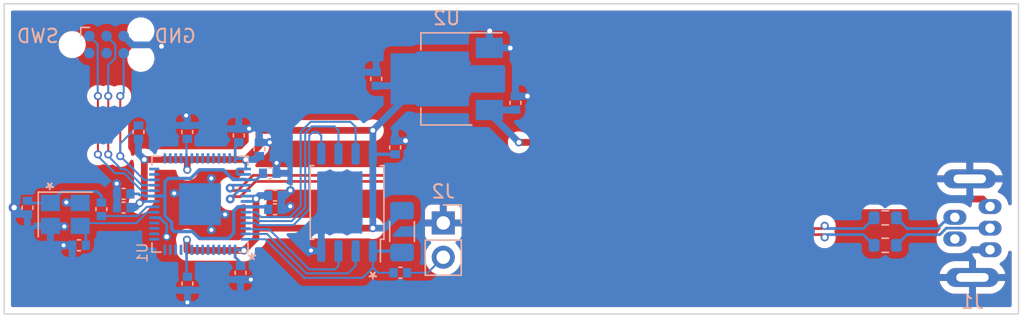
<source format=kicad_pcb>
(kicad_pcb (version 20221018) (generator pcbnew)
  (title_block (date "${DATE}") (rev "${VERSION}"))
  (layers (0 "F.Cu" signal) (31 "B.Cu" signal) (34 "B.Paste" user) (35 "F.Paste" user) (36 "B.SilkS" user "B.Silkscreen") (37 "F.SilkS" user "F.Silkscreen") (38 "B.Mask" user) (39 "F.Mask" user) (44 "Edge.Cuts" user))
  (property "DATE" "")
  (property "VERSION" "")
  (net 0 "")
  (net 1 "/RP2040/XIN")
  (net 2 "GND")
  (net 3 "/RP2040/XOUT")
  (net 4 "+5V")
  (net 5 "+3V3")
  (net 6 "+1V1")
  (net 7 "/RP2040/USB_D-")
  (net 8 "/RP2040/USB_D+")
  (net 9 "/RP2040/~{USB_BOOT}")
  (net 10 "/RP2040/SWD")
  (net 11 "/RP2040/SWCLK")
  (net 12 "/RP2040/~{RST}")
  (net 13 "/RP2040/QSPI_SS")
  (net 14 "/RP2040/XOUT_R")
  (net 15 "/RP2040/USB_D_R+")
  (net 16 "/RP2040/USB_D_R-")
  (net 17 "/RP2040/GPIO00")
  (net 18 "/RP2040/GPIO01")
  (net 19 "/RP2040/GPIO02")
  (net 20 "/RP2040/GPIO03")
  (net 21 "/RP2040/GPIO04")
  (net 22 "/RP2040/GPIO05")
  (net 23 "/RP2040/GPIO06")
  (net 24 "/RP2040/GPIO07")
  (net 25 "/RP2040/GPIO08")
  (net 26 "/RP2040/GPIO09")
  (net 27 "/RP2040/GPIO10")
  (net 28 "/RP2040/GPIO11")
  (net 29 "/RP2040/GPIO12")
  (net 30 "/RP2040/GPIO13")
  (net 31 "/RP2040/GPIO14")
  (net 32 "/RP2040/GPIO15")
  (net 33 "/RP2040/GPIO16")
  (net 34 "/RP2040/GPIO17")
  (net 35 "/RP2040/GPIO18")
  (net 36 "/RP2040/GPIO19")
  (net 37 "/RP2040/GPIO20")
  (net 38 "/RP2040/GPIO21")
  (net 39 "/RP2040/GPIO22")
  (net 40 "/RP2040/GPIO23")
  (net 41 "/RP2040/GPIO24")
  (net 42 "/RP2040/GPIO25")
  (net 43 "/RP2040/GPIO26")
  (net 44 "/RP2040/GPIO27")
  (net 45 "/RP2040/GPIO28")
  (net 46 "/RP2040/GPIO29")
  (net 47 "/RP2040/QSPI_SD3")
  (net 48 "/RP2040/QSPI_SCLK")
  (net 49 "/RP2040/QSPI_SD0")
  (net 50 "/RP2040/QSPI_SD2")
  (net 54 "/RP2040/QSPI_SD1")
  (footprint "Custom_Footprints:Perfect_0402" (layer "B.Cu") (at 30.607 26.797 90)
    (fp_text reference "C11" hide)
    (fp_text value "1uF" hide)
    (pad "1" smd rect (at -0.5 0 90) (size 0.6 0.7) (layers "B.Cu" "B.Paste" "B.Mask") (net 5 "+3V3"))
    (pad "2" smd rect (at 0.5 0 90) (size 0.6 0.7) (layers "B.Cu" "B.Paste" "B.Mask") (net 2 "GND"))
  )
  (footprint "Custom_Footprints:Perfect_0402" (layer "B.Cu") (at 24.257 32.512 90)
    (fp_text reference "R2" hide)
    (fp_text value "1k" hide)
    (pad "1" smd rect (at -0.5 0 90) (size 0.6 0.7) (layers "B.Cu" "B.Paste" "B.Mask") (net 14 "/RP2040/XOUT_R"))
    (pad "2" smd rect (at 0.5 0 90) (size 0.6 0.7) (layers "B.Cu" "B.Paste" "B.Mask") (net 3 "/RP2040/XOUT"))
  )
  (footprint "Custom_Footprints:Perfect_0402" (layer "B.Cu") (at 25.908 32.385 180)
    (fp_text reference "C12" hide)
    (fp_text value "1uF" hide)
    (pad "1" smd rect (at -0.5 0 180) (size 0.6 0.7) (layers "B.Cu" "B.Paste" "B.Mask") (net 5 "+3V3"))
    (pad "2" smd rect (at 0.5 0 180) (size 0.6 0.7) (layers "B.Cu" "B.Paste" "B.Mask") (net 2 "GND"))
  )
  (footprint "Resistor_SMD:R_0603_1608Metric" (layer "B.Cu") (at 82.196978 33.147 180)
    (fp_text reference "R4" hide)
    (fp_text value "27" hide)
    (pad "1" smd roundrect (at -0.825 0 180) (size 0.8 0.95) (layers "B.Cu" "B.Paste" "B.Mask") (net 7 "/RP2040/USB_D-"))
    (pad "2" smd roundrect (at 0.825 0 180) (size 0.8 0.95) (layers "B.Cu" "B.Paste" "B.Mask") (net 16 "/RP2040/USB_D_R-"))
  )
  (footprint "Custom_Footprints:Perfect_0402" (layer "B.Cu") (at 34.544 37.211 -90)
    (fp_text reference "C14" hide)
    (fp_text value "1uF" hide)
    (pad "1" smd rect (at -0.5 0 270) (size 0.6 0.7) (layers "B.Cu" "B.Paste" "B.Mask") (net 5 "+3V3"))
    (pad "2" smd rect (at 0.5 0 270) (size 0.6 0.7) (layers "B.Cu" "B.Paste" "B.Mask") (net 2 "GND"))
  )
  (footprint "Resistor_SMD:R_1206_3216Metric_Pad1.30x1.75mm_HandSolder" (layer "B.Cu") (at 46.482 34.163 -90)
    (fp_text reference "R5" hide)
    (fp_text value "DNF" hide)
    (pad "1" smd roundrect (at -1.55 0 270) (size 1.3 1.75) (layers "B.Cu" "B.Paste" "B.Mask") (roundrect_rratio 0.192308) (net 5 "+3V3"))
    (pad "2" smd roundrect (at 1.55 0 270) (size 1.3 1.75) (layers "B.Cu" "B.Paste" "B.Mask") (roundrect_rratio 0.192308) (net 13 "/RP2040/QSPI_SS"))
  )
  (footprint "Custom_Footprints:Perfect_0402" (layer "B.Cu") (at 54.864 24.638 90)
    (fp_text reference "C1")
    (fp_text value "1uF" hide)
    (pad "1" smd rect (at -0.5 0 90) (size 0.6 0.7) (layers "B.Cu" "B.Paste" "B.Mask") (net 4 "+5V"))
    (pad "2" smd rect (at 0.5 0 90) (size 0.6 0.7) (layers "B.Cu" "B.Paste" "B.Mask") (net 2 "GND"))
  )
  (footprint "Custom_Footprints:Perfect_0402" (layer "B.Cu") (at 35.941 28.067 90)
    (fp_text reference "C9" hide)
    (fp_text value "1uF" hide)
    (pad "1" smd rect (at -0.5 0 90) (size 0.6 0.7) (layers "B.Cu" "B.Paste" "B.Mask") (net 5 "+3V3"))
    (pad "2" smd rect (at 0.5 0 90) (size 0.6 0.7) (layers "B.Cu" "B.Paste" "B.Mask") (net 2 "GND"))
  )
  (footprint "Custom_Footprints:Perfect_0402" (layer "B.Cu") (at 37.084 32.512)
    (fp_text reference "C6" hide)
    (fp_text value "1uF" hide)
    (pad "1" smd rect (at -0.5 0) (size 0.6 0.7) (layers "B.Cu" "B.Paste" "B.Mask") (net 6 "+1V1"))
    (pad "2" smd rect (at 0.5 0) (size 0.6 0.7) (layers "B.Cu" "B.Paste" "B.Mask") (net 2 "GND"))
  )
  (footprint "Crystal:Crystal_SMD_3225-4Pin_3.2x2.5mm" (layer "B.Cu") (at 21.59 32.893)
    (fp_text reference "Y1" hide)
    (fp_text value "X322512MSB4SI" hide)
    (pad "1" smd rect (at -1.1 -0.85) (size 1.4 1.2) (layers "B.Cu" "B.Paste" "B.Mask") (net 3 "/RP2040/XOUT"))
    (pad "2" smd rect (at 1.1 -0.85) (size 1.4 1.2) (layers "B.Cu" "B.Paste" "B.Mask") (net 2 "GND"))
    (pad "3" smd rect (at 1.1 0.85) (size 1.4 1.2) (layers "B.Cu" "B.Paste" "B.Mask") (net 1 "/RP2040/XIN"))
    (pad "4" smd rect (at -1.1 0.85) (size 1.4 1.2) (layers "B.Cu" "B.Paste" "B.Mask") (net 2 "GND"))
  )
  (footprint "Connector_PinHeader_2.54mm:PinHeader_1x02_P2.54mm_Vertical" (layer "B.Cu") (at 49.53 33.523 180)
    (fp_text reference "J2" (at 0 2.33) (layer "B.SilkS") (effects (justify mirror)))
    (fp_text value "Conn_01x02" hide)
    (pad "1" thru_hole rect (at 0 0 180) (size 1.7 1.7) (drill 1) (layers "*.Cu" "*.Mask") (net 2 "GND"))
    (pad "2" thru_hole oval (at 0 -2.54 180) (size 1.7 1.7) (drill 1) (layers "*.Cu" "*.Mask") (net 9 "/RP2040/~{USB_BOOT}"))
  )
  (footprint "Custom_Footprints:Perfect_0402" (layer "B.Cu") (at 34.417 27.051 90)
    (fp_text reference "C10" hide)
    (fp_text value "1uF" hide)
    (pad "1" smd rect (at -0.5 0 90) (size 0.6 0.7) (layers "B.Cu" "B.Paste" "B.Mask") (net 5 "+3V3"))
    (pad "2" smd rect (at 0.5 0 90) (size 0.6 0.7) (layers "B.Cu" "B.Paste" "B.Mask") (net 2 "GND"))
  )
  (footprint "Custom_Footprints:Perfect_0402" (layer "B.Cu") (at 30.6164 38.0084 -90)
    (fp_text reference "C13" hide)
    (fp_text value "1uF" hide)
    (pad "1" smd rect (at -0.5 0 270) (size 0.6 0.7) (layers "B.Cu" "B.Paste" "B.Mask") (net 5 "+3V3"))
    (pad "2" smd rect (at 0.5 0 270) (size 0.6 0.7) (layers "B.Cu" "B.Paste" "B.Mask") (net 2 "GND"))
  )
  (footprint "Package_TO_SOT_SMD:SOT-223-3_TabPin2" (layer "B.Cu") (at 49.784 22.86 180)
    (fp_text reference "U2" (at 0 4.5) (layer "B.SilkS") (effects (justify mirror)))
    (fp_text value "AMS1117-3.3")
    (pad "1" smd rect (at -3.15 2.3 180) (size 2 1.5) (layers "B.Cu" "B.Paste" "B.Mask") (net 2 "GND"))
    (pad "2" smd rect (at -3.15 0 180) (size 2 1.5) (layers "B.Cu" "B.Paste" "B.Mask") (net 5 "+3V3"))
    (pad "2" smd rect (at 3.15 0 180) (size 2 3.8) (layers "B.Cu" "B.Paste" "B.Mask") (net 5 "+3V3"))
    (pad "3" smd rect (at -3.15 -2.3 180) (size 2 1.5) (layers "B.Cu" "B.Paste" "B.Mask") (net 4 "+5V"))
  )
  (footprint "Custom_Footprints:Perfect_0402" (layer "B.Cu") (at 44.577 22.868 90)
    (fp_text reference "C2")
    (fp_text value "1uF" hide)
    (pad "1" smd rect (at -0.5 0 90) (size 0.6 0.7) (layers "B.Cu" "B.Paste" "B.Mask") (net 5 "+3V3"))
    (pad "2" smd rect (at 0.5 0 90) (size 0.6 0.7) (layers "B.Cu" "B.Paste" "B.Mask") (net 2 "GND"))
  )
  (footprint "Connector:Tag-Connect_TC2030-IDC-NL_2x03_P1.27mm_Vertical" (layer "B.Cu") (at 24.638 20.32)
    (fp_text reference "J3" hide)
    (fp_text value "RP2040_SWD")
    (pad "" np_thru_hole circle (at -2.54 0) (size 0.9906 0.9906) (drill 0.9906) (layers "*.Cu" "*.Mask"))
    (pad "" np_thru_hole circle (at 2.54 -1.016) (size 0.9906 0.9906) (drill 0.9906) (layers "*.Cu" "*.Mask"))
    (pad "" np_thru_hole circle (at 2.54 1.016) (size 0.9906 0.9906) (drill 0.9906) (layers "*.Cu" "*.Mask"))
    (pad "1" connect circle (at -1.27 -0.635) (size 0.7874 0.7874) (layers "B.Cu" "B.Mask") (net 10 "/RP2040/SWD"))
    (pad "2" connect circle (at -1.27 0.635) (size 0.7874 0.7874) (layers "B.Cu" "B.Mask"))
    (pad "3" connect circle (at 0 -0.635) (size 0.7874 0.7874) (layers "B.Cu" "B.Mask") (net 11 "/RP2040/SWCLK"))
    (pad "4" connect circle (at 0 0.635) (size 0.7874 0.7874) (layers "B.Cu" "B.Mask"))
    (pad "5" connect circle (at 1.27 -0.635) (size 0.7874 0.7874) (layers "B.Cu" "B.Mask") (net 2 "GND"))
    (pad "6" connect circle (at 1.27 0.635) (size 0.7874 0.7874) (layers "B.Cu" "B.Mask") (net 12 "/RP2040/~{RST}"))
  )
  (footprint "Package_SO:SOIC-8_5.23x5.23mm_P1.27mm" (layer "B.Cu") (at 42.418 32.004 90)
    (fp_text reference "U3" hide)
    (fp_text value "W25Q128JVS" hide)
    (pad "1" smd roundrect (at -3.6 1.905 90) (size 1.6 0.6) (layers "B.Cu" "B.Paste" "B.Mask") (net 13 "/RP2040/QSPI_SS"))
    (pad "2" smd roundrect (at -3.6 0.635 90) (size 1.6 0.6) (layers "B.Cu" "B.Paste" "B.Mask") (net 54 "/RP2040/QSPI_SD1"))
    (pad "3" smd roundrect (at -3.6 -0.635 90) (size 1.6 0.6) (layers "B.Cu" "B.Paste" "B.Mask") (net 50 "/RP2040/QSPI_SD2"))
    (pad "4" smd roundrect (at -3.6 -1.905 90) (size 1.6 0.6) (layers "B.Cu" "B.Paste" "B.Mask") (net 2 "GND"))
    (pad "5" smd roundrect (at 3.6 -1.905 90) (size 1.6 0.6) (layers "B.Cu" "B.Paste" "B.Mask") (net 49 "/RP2040/QSPI_SD0"))
    (pad "6" smd roundrect (at 3.6 -0.635 90) (size 1.6 0.6) (layers "B.Cu" "B.Paste" "B.Mask") (net 48 "/RP2040/QSPI_SCLK"))
    (pad "7" smd roundrect (at 3.6 0.635 90) (size 1.6 0.6) (layers "B.Cu" "B.Paste" "B.Mask") (net 47 "/RP2040/QSPI_SD3"))
    (pad "8" smd roundrect (at 3.6 1.905 90) (size 1.6 0.6) (layers "B.Cu" "B.Paste" "B.Mask") (net 5 "+3V3"))
  )
  (footprint "Custom_Footprints:QFN56P40_700X700X90L40X18T310N" (layer "B.Cu") (at 31.5468 32.131 180)
    (fp_text reference "U1" (at 4.26 -3.6 90) (layer "B.SilkS") (effects (font (size 0.75 0.75) (thickness 0.11)) (justify mirror)))
    (fp_text value "RP2040")
    (fp_text user "*" (at -3.84 -4.2 unlocked) (layer "B.SilkS") (effects (justify mirror)))
    (pad "1" smd roundrect (at -2.6 -3.385 90) (size 0.76 0.2) (layers "B.Cu" "B.Paste" "B.Mask") (net 5 "+3V3"))
    (pad "2" smd roundrect (at -2.2 -3.385 90) (size 0.76 0.2) (layers "B.Cu" "B.Paste" "B.Mask") (net 17 "/RP2040/GPIO00"))
    (pad "3" smd roundrect (at -1.8 -3.385 90) (size 0.76 0.2) (layers "B.Cu" "B.Paste" "B.Mask") (net 18 "/RP2040/GPIO01"))
    (pad "4" smd roundrect (at -1.4 -3.385 90) (size 0.76 0.2) (layers "B.Cu" "B.Paste" "B.Mask") (net 19 "/RP2040/GPIO02"))
    (pad "5" smd roundrect (at -1 -3.385 90) (size 0.76 0.2) (layers "B.Cu" "B.Paste" "B.Mask") (net 20 "/RP2040/GPIO03"))
    (pad "6" smd roundrect (at -0.6 -3.385 90) (size 0.76 0.2) (layers "B.Cu" "B.Paste" "B.Mask") (net 21 "/RP2040/GPIO04"))
    (pad "7" smd roundrect (at -0.2 -3.385 90) (size 0.76 0.2) (layers "B.Cu" "B.Paste" "B.Mask") (net 22 "/RP2040/GPIO05"))
    (pad "8" smd roundrect (at 0.2 -3.385 90) (size 0.76 0.2) (layers "B.Cu" "B.Paste" "B.Mask") (net 23 "/RP2040/GPIO06"))
    (pad "9" smd roundrect (at 0.6 -3.385 90) (size 0.76 0.2) (layers "B.Cu" "B.Paste" "B.Mask") (net 24 "/RP2040/GPIO07"))
    (pad "10" smd roundrect (at 1 -3.385 90) (size 0.76 0.2) (layers "B.Cu" "B.Paste" "B.Mask") (net 5 "+3V3"))
    (pad "11" smd roundrect (at 1.4 -3.385 90) (size 0.76 0.2) (layers "B.Cu" "B.Paste" "B.Mask") (net 25 "/RP2040/GPIO08"))
    (pad "12" smd roundrect (at 1.8 -3.385 90) (size 0.76 0.2) (layers "B.Cu" "B.Paste" "B.Mask") (net 26 "/RP2040/GPIO09"))
    (pad "13" smd roundrect (at 2.2 -3.385 90) (size 0.76 0.2) (layers "B.Cu" "B.Paste" "B.Mask") (net 27 "/RP2040/GPIO10"))
    (pad "14" smd roundrect (at 2.6 -3.385 90) (size 0.76 0.2) (layers "B.Cu" "B.Paste" "B.Mask") (net 28 "/RP2040/GPIO11"))
    (pad "15" smd roundrect (at 3.385 -2.6 180) (size 0.76 0.2) (layers "B.Cu" "B.Paste" "B.Mask") (net 29 "/RP2040/GPIO12"))
    (pad "16" smd roundrect (at 3.385 -2.2 180) (size 0.76 0.2) (layers "B.Cu" "B.Paste" "B.Mask") (net 30 "/RP2040/GPIO13"))
    (pad "17" smd roundrect (at 3.385 -1.8 180) (size 0.76 0.2) (layers "B.Cu" "B.Paste" "B.Mask") (net 31 "/RP2040/GPIO14"))
    (pad "18" smd roundrect (at 3.385 -1.4 180) (size 0.76 0.2) (layers "B.Cu" "B.Paste" "B.Mask") (net 32 "/RP2040/GPIO15"))
    (pad "19" smd roundrect (at 3.385 -1 180) (size 0.76 0.2) (layers "B.Cu" "B.Paste" "B.Mask") (net 2 "GND"))
    (pad "20" smd roundrect (at 3.385 -0.6 180) (size 0.76 0.2) (layers "B.Cu" "B.Paste" "B.Mask") (net 1 "/RP2040/XIN"))
    (pad "21" smd roundrect (at 3.385 -0.2 180) (size 0.76 0.2) (layers "B.Cu" "B.Paste" "B.Mask") (net 14 "/RP2040/XOUT_R"))
    (pad "22" smd roundrect (at 3.385 0.2 180) (size 0.76 0.2) (layers "B.Cu" "B.Paste" "B.Mask") (net 5 "+3V3"))
    (pad "23" smd roundrect (at 3.385 0.6 180) (size 0.76 0.2) (layers "B.Cu" "B.Paste" "B.Mask") (net 6 "+1V1"))
    (pad "24" smd roundrect (at 3.385 1 180) (size 0.76 0.2) (layers "B.Cu" "B.Paste" "B.Mask") (net 10 "/RP2040/SWD"))
    (pad "25" smd roundrect (at 3.385 1.4 180) (size 0.76 0.2) (layers "B.Cu" "B.Paste" "B.Mask") (net 11 "/RP2040/SWCLK"))
    (pad "26" smd roundrect (at 3.385 1.8 180) (size 0.76 0.2) (layers "B.Cu" "B.Paste" "B.Mask") (net 12 "/RP2040/~{RST}"))
    (pad "27" smd roundrect (at 3.385 2.2 180) (size 0.76 0.2) (layers "B.Cu" "B.Paste" "B.Mask") (net 33 "/RP2040/GPIO16"))
    (pad "28" smd roundrect (at 3.385 2.6 180) (size 0.76 0.2) (layers "B.Cu" "B.Paste" "B.Mask") (net 34 "/RP2040/GPIO17"))
    (pad "29" smd roundrect (at 2.6 3.385 90) (size 0.76 0.2) (layers "B.Cu" "B.Paste" "B.Mask") (net 35 "/RP2040/GPIO18"))
    (pad "30" smd roundrect (at 2.2 3.385 90) (size 0.76 0.2) (layers "B.Cu" "B.Paste" "B.Mask") (net 36 "/RP2040/GPIO19"))
    (pad "31" smd roundrect (at 1.8 3.385 90) (size 0.76 0.2) (layers "B.Cu" "B.Paste" "B.Mask") (net 37 "/RP2040/GPIO20"))
    (pad "32" smd roundrect (at 1.4 3.385 90) (size 0.76 0.2) (layers "B.Cu" "B.Paste" "B.Mask") (net 38 "/RP2040/GPIO21"))
    (pad "33" smd roundrect (at 1 3.385 90) (size 0.76 0.2) (layers "B.Cu" "B.Paste" "B.Mask") (net 5 "+3V3"))
    (pad "34" smd roundrect (at 0.6 3.385 90) (size 0.76 0.2) (layers "B.Cu" "B.Paste" "B.Mask") (net 39 "/RP2040/GPIO22"))
    (pad "35" smd roundrect (at 0.2 3.385 90) (size 0.76 0.2) (layers "B.Cu" "B.Paste" "B.Mask") (net 40 "/RP2040/GPIO23"))
    (pad "36" smd roundrect (at -0.2 3.385 90) (size 0.76 0.2) (layers "B.Cu" "B.Paste" "B.Mask") (net 41 "/RP2040/GPIO24"))
    (pad "37" smd roundrect (at -0.6 3.385 90) (size 0.76 0.2) (layers "B.Cu" "B.Paste" "B.Mask") (net 42 "/RP2040/GPIO25"))
    (pad "38" smd roundrect (at -1 3.385 90) (size 0.76 0.2) (layers "B.Cu" "B.Paste" "B.Mask") (net 43 "/RP2040/GPIO26"))
    (pad "39" smd roundrect (at -1.4 3.385 90) (size 0.76 0.2) (layers "B.Cu" "B.Paste" "B.Mask") (net 44 "/RP2040/GPIO27"))
    (pad "40" smd roundrect (at -1.8 3.385 90) (size 0.76 0.2) (layers "B.Cu" "B.Paste" "B.Mask") (net 45 "/RP2040/GPIO28"))
    (pad "41" smd roundrect (at -2.2 3.385 90) (size 0.76 0.2) (layers "B.Cu" "B.Paste" "B.Mask") (net 46 "/RP2040/GPIO29"))
    (pad "42" smd roundrect (at -2.6 3.385 90) (size 0.76 0.2) (layers "B.Cu" "B.Paste" "B.Mask") (net 5 "+3V3"))
    (pad "43" smd roundrect (at -3.385 2.6 180) (size 0.76 0.2) (layers "B.Cu" "B.Paste" "B.Mask") (net 5 "+3V3"))
    (pad "44" smd roundrect (at -3.385 2.2 180) (size 0.76 0.2) (layers "B.Cu" "B.Paste" "B.Mask") (net 5 "+3V3"))
    (pad "45" smd roundrect (at -3.385 1.8 180) (size 0.76 0.2) (layers "B.Cu" "B.Paste" "B.Mask") (net 6 "+1V1"))
    (pad "46" smd roundrect (at -3.385 1.4 180) (size 0.76 0.2) (layers "B.Cu" "B.Paste" "B.Mask") (net 16 "/RP2040/USB_D_R-"))
    (pad "47" smd roundrect (at -3.385 1 180) (size 0.76 0.2) (layers "B.Cu" "B.Paste" "B.Mask") (net 15 "/RP2040/USB_D_R+"))
    (pad "48" smd roundrect (at -3.385 0.6 180) (size 0.76 0.2) (layers "B.Cu" "B.Paste" "B.Mask") (net 5 "+3V3"))
    (pad "49" smd roundrect (at -3.385 0.2 180) (size 0.76 0.2) (layers "B.Cu" "B.Paste" "B.Mask") (net 5 "+3V3"))
    (pad "50" smd roundrect (at -3.385 -0.2 180) (size 0.76 0.2) (layers "B.Cu" "B.Paste" "B.Mask") (net 6 "+1V1"))
    (pad "51" smd roundrect (at -3.385 -0.6 180) (size 0.76 0.2) (layers "B.Cu" "B.Paste" "B.Mask") (net 47 "/RP2040/QSPI_SD3"))
    (pad "52" smd roundrect (at -3.385 -1 180) (size 0.76 0.2) (layers "B.Cu" "B.Paste" "B.Mask") (net 48 "/RP2040/QSPI_SCLK"))
    (pad "53" smd roundrect (at -3.385 -1.4 180) (size 0.76 0.2) (layers "B.Cu" "B.Paste" "B.Mask") (net 49 "/RP2040/QSPI_SD0"))
    (pad "54" smd roundrect (at -3.385 -1.8 180) (size 0.76 0.2) (layers "B.Cu" "B.Paste" "B.Mask") (net 50 "/RP2040/QSPI_SD2"))
    (pad "55" smd roundrect (at -3.385 -2.2 180) (size 0.76 0.2) (layers "B.Cu" "B.Paste" "B.Mask") (net 54 "/RP2040/QSPI_SD1"))
    (pad "56" smd roundrect (at -3.385 -2.6 180) (size 0.76 0.2) (layers "B.Cu" "B.Paste" "B.Mask") (net 13 "/RP2040/QSPI_SS"))
    (pad "57" smd rect (at -0.775 -0.775 180) (size 1.55 1.55) (layers "B.Cu" "B.Paste") (net 2 "GND"))
    (pad "57" smd rect (at -0.775 0.775 180) (size 1.55 1.55) (layers "B.Cu" "B.Paste") (net 2 "GND"))
    (pad "57" smd rect (at 0.775 -0.775 180) (size 1.55 1.55) (layers "B.Cu" "B.Paste") (net 2 "GND"))
    (pad "57" smd rect (at 0.775 0.775 180) (size 1.55 1.55) (layers "B.Cu" "B.Paste") (net 2 "GND"))
  )
  (footprint "Custom_Footprints:Perfect_0402" (layer "B.Cu") (at 18.796 32.385 -90)
    (fp_text reference "C5" hide)
    (fp_text value "10pF" hide)
    (pad "1" smd rect (at -0.5 0 270) (size 0.6 0.7) (layers "B.Cu" "B.Paste" "B.Mask") (net 3 "/RP2040/XOUT"))
    (pad "2" smd rect (at 0.5 0 270) (size 0.6 0.7) (layers "B.Cu" "B.Paste" "B.Mask") (net 2 "GND"))
  )
  (footprint "Custom_Footprints:Perfect_0402" (layer "B.Cu") (at 25.908 31.369 180)
    (fp_text reference "C8" hide)
    (fp_text value "1uF" hide)
    (pad "1" smd rect (at -0.5 0 180) (size 0.6 0.7) (layers "B.Cu" "B.Paste" "B.Mask") (net 6 "+1V1"))
    (pad "2" smd rect (at 0.5 0 180) (size 0.6 0.7) (layers "B.Cu" "B.Paste" "B.Mask") (net 2 "GND"))
  )
  (footprint "Custom_Footprints:Perfect_0402" (layer "B.Cu") (at 22.606 35.179 180)
    (fp_text reference "C4" hide)
    (fp_text value "10pF" hide)
    (pad "1" smd rect (at -0.5 0 180) (size 0.6 0.7) (layers "B.Cu" "B.Paste" "B.Mask") (net 1 "/RP2040/XIN"))
    (pad "2" smd rect (at 0.5 0 180) (size 0.6 0.7) (layers "B.Cu" "B.Paste" "B.Mask") (net 2 "GND"))
  )
  (footprint "Custom_Footprints:USB_B_Mini_Amphenol_UE25BE5510H" (layer "B.Cu") (at 88.646 33.909 90)
    (fp_text reference "J1" (at -5.461 0 180) (layer "B.SilkS") (effects (justify mirror)))
    (fp_text value "USB_B_Micro" hide)
    (pad "1" thru_hole oval (at 1.6 1.3 90) (size 1.1 1.7) (drill 0.7) (layers "*.Cu" "*.Mask") (net 4 "+5V"))
    (pad "2" thru_hole oval (at 0.8 -1.3 90) (size 1.1 1.7) (drill 0.7) (layers "*.Cu" "*.Mask") (net 7 "/RP2040/USB_D-"))
    (pad "3" thru_hole oval (at 0 1.3 90) (size 1.1 1.7) (drill 0.7) (layers "*.Cu" "*.Mask") (net 8 "/RP2040/USB_D+"))
    (pad "4" thru_hole oval (at -0.8 -1.3 90) (size 1.1 1.7) (drill 0.7) (layers "*.Cu" "*.Mask"))
    (pad "5" thru_hole oval (at -1.6 1.3 90) (size 1.1 1.7) (drill 0.7) (layers "*.Cu" "*.Mask") (net 2 "GND"))
    (pad "6" thru_hole oval (at -3.65 0 90) (size 1.4 3.9) (drill oval 0.65 2.4) (layers "*.Cu" "*.Mask") (net 2 "GND"))
    (pad "6" thru_hole oval (at 3.65 -0.2 90) (size 1.4 3.9) (drill oval 0.65 2.4) (layers "*.Cu" "*.Mask") (net 2 "GND"))
  )
  (footprint "Custom_Footprints:Perfect_0402" (layer "B.Cu") (at 27 26.8 90)
    (fp_text reference "R6" hide)
    (fp_text value "10k" hide)
    (pad "1" smd rect (at -0.5 0 90) (size 0.6 0.7) (layers "B.Cu" "B.Paste" "B.Mask") (net 5 "+3V3"))
    (pad "2" smd rect (at 0.5 0 90) (size 0.6 0.7) (layers "B.Cu" "B.Paste" "B.Mask") (net 12 "/RP2040/~{RST}"))
  )
  (footprint "Resistor_SMD:R_0603_1608Metric" (layer "B.Cu") (at 82.196978 35.179 180)
    (fp_text reference "R3" hide)
    (fp_text value "27" hide)
    (pad "1" smd roundrect (at -0.825 0 180) (size 0.8 0.95) (layers "B.Cu" "B.Paste" "B.Mask") (net 8 "/RP2040/USB_D+"))
    (pad "2" smd roundrect (at 0.825 0 180) (size 0.8 0.95) (layers "B.Cu" "B.Paste" "B.Mask") (net 15 "/RP2040/USB_D_R+"))
  )
  (footprint "Custom_Footprints:Perfect_0402" (layer "B.Cu") (at 37.084 31.496)
    (fp_text reference "C15" hide)
    (fp_text value "1uF" hide)
    (pad "1" smd rect (at -0.5 0) (size 0.6 0.7) (layers "B.Cu" "B.Paste" "B.Mask") (net 5 "+3V3"))
    (pad "2" smd rect (at 0.5 0) (size 0.6 0.7) (layers "B.Cu" "B.Paste" "B.Mask") (net 2 "GND"))
  )
  (footprint "Custom_Footprints:Perfect_0402" (layer "B.Cu") (at 46.355 37.211)
    (fp_text reference "R1" hide)
    (fp_text value "1k" hide)
    (pad "1" smd rect (at -0.5 0) (size 0.6 0.7) (layers "B.Cu" "B.Paste" "B.Mask") (net 13 "/RP2040/QSPI_SS"))
    (pad "2" smd rect (at 0.5 0) (size 0.6 0.7) (layers "B.Cu" "B.Paste" "B.Mask") (net 9 "/RP2040/~{USB_BOOT}"))
  )
  (footprint "Custom_Footprints:Perfect_0402" (layer "B.Cu") (at 36.703 29.845)
    (fp_text reference "C7" hide)
    (fp_text value "1uF" hide)
    (pad "1" smd rect (at -0.5 0) (size 0.6 0.7) (layers "B.Cu" "B.Paste" "B.Mask") (net 6 "+1V1"))
    (pad "2" smd rect (at 0.5 0) (size 0.6 0.7) (layers "B.Cu" "B.Paste" "B.Mask") (net 2 "GND"))
  )
  (footprint "Custom_Footprints:Perfect_0402" (layer "B.Cu") (at 45.974 27.94 90)
    (fp_text reference "C3" hide)
    (fp_text value "1uF" hide)
    (pad "1" smd rect (at -0.5 0 90) (size 0.6 0.7) (layers "B.Cu" "B.Paste" "B.Mask") (net 5 "+3V3"))
    (pad "2" smd rect (at 0.5 0 90) (size 0.6 0.7) (layers "B.Cu" "B.Paste" "B.Mask") (net 2 "GND"))
  )
  (gr_rect (start 17.0688 17.2974) (end 92.0496 40.259) (stroke (width 0.1)) (fill none) (layer "Edge.Cuts"))
  (gr_text "*" (at 44.323 37.084 -180) (layer "B.SilkS") (effects (font (size 1 1)) (justify mirror)))
  (gr_text "GND" (at 29.718 19.685) (layer "B.SilkS") (effects (font (size 1 1)) (justify mirror)))
  (gr_text "SWD" (at 19.558 19.685) (layer "B.SilkS") (effects (font (size 1 1)) (justify mirror)))
  (gr_text "*" (at 20.447 30.48 -180) (layer "B.SilkS") (effects (font (size 1 1)) (justify mirror)))
  (segment (start 23.106 35.179) (end 23.106 34.159) (width 0.2) (layer "B.Cu") (net 1))
  (segment (start 28.1618 32.731) (end 27.643072 32.731) (width 0.15) (layer "B.Cu") (net 1))
  (segment (start 27.643072 32.731) (end 26.837561 33.536511) (width 0.15) (layer "B.Cu") (net 1))
  (segment (start 26.837561 33.536511) (end 22.896489 33.536511) (width 0.15) (layer "B.Cu") (net 1))
  (via (at 38.227 31.115) (size 0.65) (drill 0.3) (layers "F.Cu" "B.Cu") (net 2))
  (via (at 33.401 32.893) (size 0.65) (drill 0.3) (layers "F.Cu" "B.Cu") (net 2))
  (via (at 17.81 32.385) (size 0.8) (drill 0.4) (layers "F.Cu" "B.Cu") (net 2))
  (via (at 32.385 30.226) (size 0.65) (drill 0.3) (layers "F.Cu" "B.Cu") (net 2))
  (via (at 54.483 20.574) (size 0.6) (drill 0.35) (layers "F.Cu" "B.Cu") (net 2))
  (via (at 39.751 35.56) (size 0.65) (drill 0.3) (layers "F.Cu" "B.Cu") (net 2))
  (via (at 32.385 34.036) (size 0.65) (drill 0.3) (layers "F.Cu" "B.Cu") (net 2))
  (via (at 35.306 37.719) (size 0.65) (drill 0.3) (layers "F.Cu" "B.Cu") (net 2))
  (via (at 38.219622 32.292122) (size 0.65) (drill 0.3) (layers "F.Cu" "B.Cu") (net 2))
  (via (at 46.736 27.432) (size 0.6) (drill 0.35) (layers "F.Cu" "B.Cu") (net 2))
  (via (at 55.753 24.13) (size 0.6) (drill 0.35) (layers "F.Cu" "B.Cu") (net 2))
  (via (at 52.959 19.304) (size 0.6) (drill 0.35) (layers "F.Cu" "B.Cu") (net 2))
  (via (at 21.664502 32.004) (size 0.65) (drill 0.3) (layers "F.Cu" "B.Cu") (net 2))
  (via (at 37.211 29.083) (size 0.65) (drill 0.3) (layers "F.Cu" "B.Cu") (net 2))
  (via (at 29.083 34.544) (size 0.6) (drill 0.35) (layers "F.Cu" "B.Cu") (net 2))
  (via (at 28.702 20.447) (size 0.6) (drill 0.35) (layers "F.Cu" "B.Cu") (net 2))
  (via (at 36.703 27.559) (size 0.65) (drill 0.3) (layers "F.Cu" "B.Cu") (net 2))
  (via (at 25.392444 30.614556) (size 0.65) (drill 0.3) (layers "F.Cu" "B.Cu") (net 2))
  (via (at 35.179 26.543) (size 0.65) (drill 0.3) (layers "F.Cu" "B.Cu") (net 2))
  (via (at 30.6164 39.4054) (size 0.65) (drill 0.3) (layers "F.Cu" "B.Cu") (net 2))
  (via (at 30.525364 25.569512) (size 0.65) (drill 0.3) (layers "F.Cu" "B.Cu") (net 2))
  (via (at 29.641278 31.333587) (size 0.65) (drill 0.3) (layers "F.Cu" "B.Cu") (net 2))
  (via (at 21.515498 33.782) (size 0.65) (drill 0.3) (layers "F.Cu" "B.Cu") (net 2))
  (via (at 21.463 35.179) (size 0.65) (drill 0.3) (layers "F.Cu" "B.Cu") (net 2))
  (segment (start 45.974 27.44) (end 46.728 27.44) (width 0.5) (layer "B.Cu") (net 2))
  (segment (start 18.407 32.885) (end 17.907 32.385) (width 0.5) (layer "B.Cu") (net 2))
  (segment (start 37.584 32.512) (end 37.999744 32.512) (width 0.5) (layer "B.Cu") (net 2))
  (segment (start 21.703502 32.043) (end 21.664502 32.004) (width 0.5) (layer "B.Cu") (net 2))
  (segment (start 30.607 25.651148) (end 30.525364 25.569512) (width 0.5) (layer "B.Cu") (net 2))
  (segment (start 35.941 27.567) (end 36.695 27.567) (width 0.5) (layer "B.Cu") (net 2))
  (segment (start 32.3218 31.356) (end 32.3218 30.2892) (width 0.2) (layer "B.Cu") (net 2))
  (segment (start 32.3218 32.906) (end 32.3218 33.9728) (width 0.2) (layer "B.Cu") (net 2))
  (segment (start 25.408 31.369) (end 25.408 32.385) (width 0.5) (layer "B.Cu") (net 2))
  (segment (start 26.564179 20.341179) (end 28.596179 20.341179) (width 0.5) (layer "B.Cu") (net 2))
  (segment (start 40.513 35.604) (end 39.795 35.604) (width 0.5) (layer "B.Cu") (net 2))
  (segment (start 37.203 29.845) (end 37.203 29.091) (width 0.5) (layer "B.Cu") (net 2))
  (segment (start 29.083 33.648615) (end 29.083 34.544) (width 0.2) (layer "B.Cu") (net 2))
  (segment (start 37.584 31.496) (end 37.846 31.496) (width 0.5) (layer "B.Cu") (net 2))
  (segment (start 20.49 33.743) (end 21.476498 33.743) (width 0.5) (layer "B.Cu") (net 2))
  (segment (start 39.795 35.604) (end 39.751 35.56) (width 0.5) (layer "B.Cu") (net 2))
  (segment (start 34.544 37.711) (end 35.298 37.711) (width 0.5) (layer "B.Cu") (net 2))
  (segment (start 34.417 26.551) (end 35.171 26.551) (width 0.5) (layer "B.Cu") (net 2))
  (segment (start 37.203 29.091) (end 37.211 29.083) (width 0.5) (layer "B.Cu") (net 2))
  (segment (start 52.934 20.56) (end 52.934 19.329) (width 0.5) (layer "B.Cu") (net 2))
  (segment (start 29.663691 31.356) (end 29.641278 31.333587) (width 0.2) (layer "B.Cu") (net 2))
  (segment (start 28.596179 20.341179) (end 28.702 20.447) (width 0.5) (layer "B.Cu") (net 2))
  (segment (start 32.3218 30.2892) (end 32.385 30.226) (width 0.2) (layer "B.Cu") (net 2))
  (segment (start 18.796 32.885) (end 18.407 32.885) (width 0.5) (layer "B.Cu") (net 2))
  (segment (start 36.695 27.567) (end 36.703 27.559) (width 0.5) (layer "B.Cu") (net 2))
  (segment (start 22.106 35.179) (end 21.463 35.179) (width 0.5) (layer "B.Cu") (net 2))
  (segment (start 52.934 19.329) (end 52.959 19.304) (width 0.5) (layer "B.Cu") (net 2))
  (segment (start 33.388 32.906) (end 33.401 32.893) (width 0.2) (layer "B.Cu") (net 2))
  (segment (start 25.408 30.630112) (end 25.392444 30.614556) (width 0.5) (layer "B.Cu") (net 2))
  (segment (start 32.3218 32.906) (end 33.388 32.906) (width 0.2) (layer "B.Cu") (net 2))
  (segment (start 28.565385 33.131) (end 29.083 33.648615) (width 0.2) (layer "B.Cu") (net 2))
  (segment (start 30.607 26.297) (end 30.607 25.651148) (width 0.5) (layer "B.Cu") (net 2))
  (segment (start 22.69 32.043) (end 21.703502 32.043) (width 0.5) (layer "B.Cu") (net 2))
  (segment (start 46.728 27.44) (end 46.736 27.432) (width 0.5) (layer "B.Cu") (net 2))
  (segment (start 55.745 24.138) (end 55.753 24.13) (width 0.5) (layer "B.Cu") (net 2))
  (segment (start 30.6164 38.5084) (end 30.6164 39.4054) (width 0.5) (layer "B.Cu") (net 2))
  (segment (start 17.907 32.385) (end 17.81 32.385) (width 0.5) (layer "B.Cu") (net 2))
  (segment (start 52.934 20.56) (end 54.469 20.56) (width 0.5) (layer "B.Cu") (net 2))
  (segment (start 37.999744 32.512) (end 38.219622 32.292122) (width 0.5) (layer "B.Cu") (net 2))
  (segment (start 25.408 31.369) (end 25.408 30.630112) (width 0.5) (layer "B.Cu") (net 2))
  (segment (start 35.298 37.711) (end 35.306 37.719) (width 0.5) (layer "B.Cu") (net 2))
  (segment (start 35.171 26.551) (end 35.179 26.543) (width 0.5) (layer "B.Cu") (net 2))
  (segment (start 54.864 24.138) (end 55.745 24.138) (width 0.5) (layer "B.Cu") (net 2))
  (segment (start 21.476498 33.743) (end 21.515498 33.782) (width 0.5) (layer "B.Cu") (net 2))
  (segment (start 37.846 31.496) (end 38.227 31.115) (width 0.5) (layer "B.Cu") (net 2))
  (segment (start 30.7718 31.356) (end 29.663691 31.356) (width 0.2) (layer "B.Cu") (net 2))
  (segment (start 54.469 20.56) (end 54.483 20.574) (width 0.5) (layer "B.Cu") (net 2))
  (segment (start 32.3218 33.9728) (end 32.385 34.036) (width 0.2) (layer "B.Cu") (net 2))
  (segment (start 28.1618 33.131) (end 28.565385 33.131) (width 0.2) (layer "B.Cu") (net 2))
  (segment (start 25.908 19.685) (end 26.564179 20.341179) (width 0.5) (layer "B.Cu") (net 2))
  (segment (start 24.257 31.512) (end 23.938489 31.193489) (width 0.2) (layer "B.Cu") (net 3))
  (segment (start 20.49 32.043) (end 18.954 32.043) (width 0.2) (layer "B.Cu") (net 3))
  (segment (start 24.257 32.012) (end 24.257 31.512) (width 0.2) (layer "B.Cu") (net 3))
  (segment (start 23.938489 31.193489) (end 21.339511 31.193489) (width 0.2) (layer "B.Cu") (net 3))
  (segment (start 21.339511 31.193489) (end 20.49 32.043) (width 0.2) (layer "B.Cu") (net 3))
  (segment (start 55.118001 27.558999) (end 72.643999 27.558999) (width 0.5) (layer "F.Cu") (net 4))
  (segment (start 72.643999 27.558999) (end 76.835 31.75) (width 0.5) (layer "F.Cu") (net 4))
  (segment (start 89.387 31.75) (end 89.946 32.309) (width 0.5) (layer "F.Cu") (net 4))
  (segment (start 76.835 31.75) (end 89.387 31.75) (width 0.5) (layer "F.Cu") (net 4))
  (via (at 55.118001 27.558999) (size 0.6) (drill 0.35) (layers "F.Cu" "B.Cu") (net 4))
  (segment (start 52.934 25.16) (end 54.842 25.16) (width 0.5) (layer "B.Cu") (net 4))
  (segment (start 52.934 25.374998) (end 55.118001 27.558999) (width 0.5) (layer "B.Cu") (net 4))
  (segment (start 30.582932 34.765776) (end 30.582932 35.535932) (width 0.5) (layer "F.Cu") (net 5))
  (segment (start 27.432 28.829) (end 27.432 31.703289) (width 0.5) (layer "F.Cu") (net 5))
  (segment (start 27.432 31.703289) (end 27.086949 32.04834) (width 0.5) (layer "F.Cu") (net 5))
  (segment (start 30.607 28.829) (end 30.607 29.591) (width 0.5) (layer "F.Cu") (net 5))
  (segment (start 35.903501 26.67) (end 44.323 26.67) (width 0.5) (layer "F.Cu") (net 5))
  (segment (start 34.798 35.56) (end 35.687 34.671) (width 0.5) (layer "F.Cu") (net 5))
  (segment (start 35.903501 27.850499) (end 35.903501 26.67) (width 0.5) (layer "F.Cu") (net 5))
  (segment (start 34.925 28.829) (end 35.903501 27.850499) (width 0.5) (layer "F.Cu") (net 5))
  (segment (start 35.687 34.671) (end 35.687 33.782) (width 0.5) (layer "F.Cu") (net 5))
  (segment (start 35.814 33.909) (end 35.687 33.782) (width 0.5) (layer "F.Cu") (net 5))
  (segment (start 35.687 33.782) (end 35.687 31.73298) (width 0.5) (layer "F.Cu") (net 5))
  (segment (start 30.607 35.56) (end 34.798 35.56) (width 0.5) (layer "F.Cu") (net 5))
  (segment (start 35.687 31.73298) (end 35.68848 31.7315) (width 0.5) (layer "F.Cu") (net 5))
  (segment (start 34.925 28.829) (end 30.607 28.829) (width 0.5) (layer "F.Cu") (net 5))
  (segment (start 27.432 28.829) (end 30.607 28.829) (width 0.5) (layer "F.Cu") (net 5))
  (segment (start 30.582932 35.535932) (end 30.607 35.56) (width 0.5) (layer "F.Cu") (net 5))
  (segment (start 44.323 33.909) (end 35.814 33.909) (width 0.5) (layer "F.Cu") (net 5))
  (via (at 30.582932 34.765776) (size 0.6) (drill 0.35) (layers "F.Cu" "B.Cu") (net 5))
  (via (at 30.607 29.591) (size 0.6) (drill 0.35) (layers "F.Cu" "B.Cu") (net 5))
  (via (at 27.432 28.829) (size 0.6) (drill 0.35) (layers "F.Cu" "B.Cu") (net 5))
  (via (at 27.086949 32.04834) (size 0.6) (drill 0.35) (layers "F.Cu" "B.Cu") (net 5))
  (via (at 44.323 26.67) (size 0.6) (drill 0.35) (layers "F.Cu" "B.Cu") (net 5))
  (via (at 34.798 35.56) (size 0.6) (drill 0.35) (layers "F.Cu" "B.Cu") (net 5))
  (via (at 34.925 28.829) (size 0.6) (drill 0.35) (layers "F.Cu" "B.Cu") (net 5))
  (via (at 44.323 33.909) (size 0.6) (drill 0.35) (layers "F.Cu" "B.Cu") (net 5))
  (via (at 35.68848 31.7315) (size 0.6) (drill 0.35) (layers "F.Cu" "B.Cu") (net 5))
  (segment (start 45.974 28.44) (end 44.359 28.44) (width 0.25) (layer "B.Cu") (net 5))
  (segment (start 34.754 35.516) (end 34.798 35.56) (width 0.5) (layer "B.Cu") (net 5))
  (segment (start 45.186 33.909) (end 44.323 33.909) (width 0.5) (layer "B.Cu") (net 5))
  (segment (start 34.925 28.956) (end 34.925 28.829) (width 0.5) (layer "B.Cu") (net 5))
  (segment (start 26.408 32.385) (end 26.750289 32.385) (width 0.5) (layer "B.Cu") (net 5))
  (segment (start 34.9318 29.531) (end 34.35 29.531) (width 0.2) (layer "B.Cu") (net 5))
  (segment (start 34.1468 35.516) (end 34.754 35.516) (width 0.2) (layer "B.Cu") (net 5))
  (segment (start 36.584 31.496) (end 35.92398 31.496) (width 0.5) (layer "B.Cu") (net 5))
  (segment (start 27.45196 31.931) (end 27.400668 31.982292) (width 0.2) (layer "B.Cu") (net 5))
  (segment (start 34.1468 35.516) (end 34.1468 36.0518) (width 0.2) (layer "B.Cu") (net 5))
  (segment (start 44.323 26.67) (end 44.323 28.404) (width 0.5) (layer "B.Cu") (net 5))
  (segment (start 30.5468 34.801908) (end 30.582932 34.765776) (width 0.5) (layer "B.Cu") (net 5))
  (segment (start 35.92398 31.496) (end 35.68848 31.7315) (width 0.5) (layer "B.Cu") (net 5))
  (segment (start 46.482 32.613) (end 45.186 33.909) (width 0.5) (layer "B.Cu") (net 5))
  (segment (start 46.126 23.368) (end 44.577 23.368) (width 0.5) (layer "B.Cu") (net 5))
  (segment (start 34.376 29.931) (end 34.9318 29.931) (width 0.2) (layer "B.Cu") (net 5))
  (segment (start 30.5468 28.746) (end 30.5468 29.5308) (width 0.2) (layer "B.Cu") (net 5))
  (segment (start 34.29 29.845) (end 34.376 29.931) (width 0.2) (layer "B.Cu") (net 5))
  (segment (start 34.9318 31.531) (end 35.595 31.531) (width 0.2) (layer "B.Cu") (net 5))
  (segment (start 44.323 28.404) (end 44.323 33.909) (width 0.5) (layer "B.Cu") (net 5))
  (segment (start 28.1618 31.931) (end 27.45196 31.931) (width 0.2) (layer "B.Cu") (net 5))
  (segment (start 34.1468 36.0518) (end 34.544 36.449) (width 0.2) (layer "B.Cu") (net 5))
  (segment (start 34.35 29.531) (end 34.29 29.591) (width 0.2) (layer "B.Cu") (net 5))
  (segment (start 30.5562 35.5514) (end 30.5562 37.4482) (width 0.2) (layer "B.Cu") (net 5))
  (segment (start 34.544 36.449) (end 34.544 36.711) (width 0.2) (layer "B.Cu") (net 5))
  (segment (start 34.1468 28.746) (end 34.1468 27.9482) (width 0.2) (layer "B.Cu") (net 5))
  (segment (start 34.925 28.829) (end 35.679 28.829) (width 0.5) (layer "B.Cu") (net 5))
  (segment (start 34.9318 31.931) (end 35.48898 31.931) (width 0.2) (layer "B.Cu") (net 5))
  (segment (start 30.5468 28.746) (end 30.5468 27.3572) (width 0.15) (layer "B.Cu") (net 5))
  (segment (start 30.5468 35.516) (end 30.5468 34.801908) (width 0.2) (layer "B.Cu") (net 5))
  (segment (start 27 28.397) (end 27.432 28.829) (width 0.5) (layer "B.Cu") (net 5))
  (segment (start 34.29 29.591) (end 34.29 29.845) (width 0.2) (layer "B.Cu") (net 5))
  (segment (start 34.1468 28.746) (end 34.715 28.746) (width 0.2) (layer "B.Cu") (net 5))
  (segment (start 26.750289 32.385) (end 27.086949 32.04834) (width 0.5) (layer "B.Cu") (net 5))
  (segment (start 27 27.3) (end 27 28.397) (width 0.5) (layer "B.Cu") (net 5))
  (segment (start 34.715 28.746) (end 34.9318 28.9628) (width 0.2) (layer "B.Cu") (net 5))
  (segment (start 35.679 28.829) (end 35.941 28.567) (width 0.5) (layer "B.Cu") (net 5))
  (segment (start 46.634 24.359) (end 44.323 26.67) (width 0.5) (layer "B.Cu") (net 5))
  (segment (start 34.1468 27.9482) (end 34.544 27.551) (width 0.2) (layer "B.Cu") (net 5))
  (segment (start 34.9318 28.9628) (end 34.9318 29.531) (width 0.2) (layer "B.Cu") (net 5))
  (segment (start 27.097093 31.45551) (end 27.010584 31.369) (width 0.2) (layer "B.Cu") (net 6))
  (segment (start 34.036 34.29) (end 34.036 32.639) (width 0.25) (layer "B.Cu") (net 6))
  (segment (start 28.956 30.48) (end 28.956 31.496) (width 0.25) (layer "B.Cu") (net 6))
  (segment (start 36.403 32.331) (end 36.584 32.512) (width 0.25) (layer "B.Cu") (net 6))
  (segment (start 27.477027 31.531) (end 27.401538 31.455511) (width 0.2) (layer "B.Cu") (net 6))
  (segment (start 29.641468 34.163) (end 30.988 34.163) (width 0.25) (layer "B.Cu") (net 6))
  (segment (start 27.010584 31.369) (end 26.408 31.369) (width 0.2) (layer "B.Cu") (net 6))
  (segment (start 30.861 30.226) (end 29.21 30.226) (width 0.25) (layer "B.Cu") (net 6))
  (segment (start 28.956 31.496) (end 28.921 31.531) (width 0.25) (layer "B.Cu") (net 6))
  (segment (start 34.907289 30.306489) (end 33.989489 30.306489) (width 0.25) (layer "B.Cu") (net 6))
  (segment (start 33.274 29.591) (end 31.496 29.591) (width 0.25) (layer "B.Cu") (net 6))
  (segment (start 34.9318 30.331) (end 35.717 30.331) (width 0.2) (layer "B.Cu") (net 6))
  (segment (start 34.9318 32.331) (end 36.403 32.331) (width 0.25) (layer "B.Cu") (net 6))
  (segment (start 28.956 32.991977) (end 29.457511 33.493488) (width 0.25) (layer "B.Cu") (net 6))
  (segment (start 34.344 32.331) (end 34.9318 32.331) (width 0.25) (layer "B.Cu") (net 6))
  (segment (start 31.496 34.671) (end 33.655 34.671) (width 0.25) (layer "B.Cu") (net 6))
  (segment (start 33.989489 30.306489) (end 33.274 29.591) (width 0.25) (layer "B.Cu") (net 6))
  (segment (start 31.496 29.591) (end 30.861 30.226) (width 0.25) (layer "B.Cu") (net 6))
  (segment (start 29.457511 33.493488) (end 29.457511 33.979043) (width 0.25) (layer "B.Cu") (net 6))
  (segment (start 27.401538 31.455511) (end 27.097093 31.45551) (width 0.2) (layer "B.Cu") (net 6))
  (segment (start 29.457511 33.979043) (end 29.641468 34.163) (width 0.25) (layer "B.Cu") (net 6))
  (segment (start 29.21 30.226) (end 28.956 30.48) (width 0.25) (layer "B.Cu") (net 6))
  (segment (start 33.655 34.671) (end 34.036 34.29) (width 0.25) (layer "B.Cu") (net 6))
  (segment (start 34.036 32.639) (end 34.344 32.331) (width 0.25) (layer "B.Cu") (net 6))
  (segment (start 28.1618 31.531) (end 27.477027 31.531) (width 0.2) (layer "B.Cu") (net 6))
  (segment (start 28.956 31.496) (end 28.956 32.991977) (width 0.25) (layer "B.Cu") (net 6))
  (segment (start 30.988 34.163) (end 31.496 34.671) (width 0.25) (layer "B.Cu") (net 6))
  (segment (start 35.717 30.331) (end 36.203 29.845) (width 0.2) (layer "B.Cu") (net 6))
  (segment (start 28.921 31.531) (end 28.1618 31.531) (width 0.25) (layer "B.Cu") (net 6))
  (segment (start 83.021978 33.147) (end 83.812977 33.937999) (width 0.2) (layer "B.Cu") (net 7))
  (segment (start 83.812977 33.937999) (end 86.049926 33.937999) (width 0.2) (layer "B.Cu") (net 7))
  (segment (start 86.528436 33.459489) (end 87.346 33.459489) (width 0.2) (layer "B.Cu") (net 7))
  (segment (start 86.049926 33.937999) (end 86.528436 33.459489) (width 0.2) (layer "B.Cu") (net 7))
  (segment (start 86.236307 34.388001) (end 86.714828 33.90948) (width 0.2) (layer "B.Cu") (net 8))
  (segment (start 87.664199 33.909) (end 89.946 33.909) (width 0.2) (layer "B.Cu") (net 8))
  (segment (start 86.714828 33.90948) (end 87.663719 33.90948) (width 0.2) (layer "B.Cu") (net 8))
  (segment (start 83.021978 35.179) (end 83.812977 34.388001) (width 0.2) (layer "B.Cu") (net 8))
  (segment (start 83.812977 34.388001) (end 86.236307 34.388001) (width 0.2) (layer "B.Cu") (net 8))
  (segment (start 87.663719 33.90948) (end 87.664199 33.909) (width 0.2) (layer "B.Cu") (net 8))
  (segment (start 46.855 37.211) (end 48.382 37.211) (width 0.15) (layer "B.Cu") (net 9))
  (segment (start 48.382 37.211) (end 49.53 36.063) (width 0.15) (layer "B.Cu") (net 9))
  (segment (start 24.003 28.448) (end 24.003 24.13) (width 0.15) (layer "F.Cu") (net 10))
  (via (at 24.003 24.13) (size 0.6) (drill 0.35) (layers "F.Cu" "B.Cu") (net 10))
  (via (at 24.003 28.448) (size 0.6) (drill 0.35) (layers "F.Cu" "B.Cu") (net 10))
  (segment (start 28.1618 31.131) (end 27.231525 31.131) (width 0.15) (layer "B.Cu") (net 10))
  (segment (start 23.986211 24.113211) (end 24.003 24.13) (width 0.15) (layer "B.Cu") (net 10))
  (segment (start 25.273 29.845) (end 24.003 28.575) (width 0.15) (layer "B.Cu") (net 10))
  (segment (start 24.003 28.575) (end 24.003 28.448) (width 0.15) (layer "B.Cu") (net 10))
  (segment (start 23.368 19.685) (end 23.986211 20.303211) (width 0.15) (layer "B.Cu") (net 10))
  (segment (start 27.231525 31.131) (end 25.945525 29.845) (width 0.15) (layer "B.Cu") (net 10))
  (segment (start 23.986211 20.303211) (end 23.986211 24.113211) (width 0.15) (layer "B.Cu") (net 10))
  (segment (start 25.945525 29.845) (end 25.273 29.845) (width 0.15) (layer "B.Cu") (net 10))
  (segment (start 24.765 28.448) (end 24.765 24.13) (width 0.15) (layer "F.Cu") (net 11))
  (via (at 24.765 24.13) (size 0.6) (drill 0.35) (layers "F.Cu" "B.Cu") (net 11))
  (via (at 24.765 28.448) (size 0.6) (drill 0.35) (layers "F.Cu" "B.Cu") (net 11))
  (segment (start 25.289789 20.336789) (end 25.289789 21.319211) (width 0.15) (layer "B.Cu") (net 11))
  (segment (start 25.735489 29.545489) (end 24.765 28.575) (width 0.15) (layer "B.Cu") (net 11))
  (segment (start 28.1618 30.731) (end 27.255097 30.731) (width 0.15) (layer "B.Cu") (net 11))
  (segment (start 25.289789 21.319211) (end 24.765 21.844) (width 0.15) (layer "B.Cu") (net 11))
  (segment (start 27.255097 30.731) (end 26.069586 29.545489) (width 0.15) (layer "B.Cu") (net 11))
  (segment (start 24.765 21.844) (end 24.765 24.13) (width 0.15) (layer "B.Cu") (net 11))
  (segment (start 26.069586 29.545489) (end 25.735489 29.545489) (width 0.15) (layer "B.Cu") (net 11))
  (segment (start 24.765 28.575) (end 24.765 28.448) (width 0.15) (layer "B.Cu") (net 11))
  (segment (start 24.638 19.685) (end 25.289789 20.336789) (width 0.15) (layer "B.Cu") (net 11))
  (segment (start 25.654 28.575) (end 25.654 24.13) (width 0.15) (layer "F.Cu") (net 12))
  (via (at 25.654 24.13) (size 0.6) (drill 0.35) (layers "F.Cu" "B.Cu") (net 12))
  (via (at 25.654 28.575) (size 0.6) (drill 0.35) (layers "F.Cu" "B.Cu") (net 12))
  (segment (start 25.908 23.876) (end 25.654 24.13) (width 0.15) (layer "B.Cu") (net 12))
  (segment (start 25.908 20.955) (end 25.908 23.876) (width 0.15) (layer "B.Cu") (net 12))
  (segment (start 25.654 27.646) (end 25.654 28.575) (width 0.15) (layer "B.Cu") (net 12))
  (segment (start 27 26.3) (end 25.654 27.646) (width 0.15) (layer "B.Cu") (net 12))
  (segment (start 27.41 30.331) (end 25.654 28.575) (width 0.15) (layer "B.Cu") (net 12))
  (segment (start 28.1618 30.331) (end 27.41 30.331) (width 0.15) (layer "B.Cu") (net 12))
  (segment (start 45.855 37.211) (end 44.704 37.211) (width 0.15) (layer "B.Cu") (net 13))
  (segment (start 34.9318 34.731) (end 36.382 34.731) (width 0.15) (layer "B.Cu") (net 13))
  (segment (start 44.323 36.83) (end 44.323 35.604) (width 0.15) (layer "B.Cu") (net 13))
  (segment (start 36.382 34.731) (end 39.243 37.592) (width 0.15) (layer "B.Cu") (net 13))
  (segment (start 39.243 37.592) (end 43.561 37.592) (width 0.15) (layer "B.Cu") (net 13))
  (segment (start 44.704 37.211) (end 44.323 36.83) (width 0.15) (layer "B.Cu") (net 13))
  (segment (start 43.561 37.592) (end 44.323 36.83) (width 0.15) (layer "B.Cu") (net 13))
  (segment (start 44.323 35.604) (end 46.373 35.604) (width 0.25) (layer "B.Cu") (net 13))
  (segment (start 28.1618 32.331) (end 27.6195 32.331) (width 0.15) (layer "B.Cu") (net 14))
  (segment (start 26.9385 33.012) (end 24.257 33.012) (width 0.15) (layer "B.Cu") (net 14))
  (segment (start 27.6195 32.331) (end 26.9385 33.012) (width 0.15) (layer "B.Cu") (net 14))
  (segment (start 35.6532 30.451) (end 51.8498 30.451) (width 0.2) (layer "F.Cu") (net 15))
  (segment (start 33.956751 31.575249) (end 34.528951 31.575249) (width 0.2) (layer "F.Cu") (net 15))
  (segment (start 33.782 31.75) (end 33.956751 31.575249) (width 0.2) (layer "F.Cu") (net 15))
  (segment (start 34.528951 31.575249) (end 35.6532 30.451) (width 0.2) (layer "F.Cu") (net 15))
  (segment (start 55.7868 34.388) (end 77.524001 34.388001) (width 0.2) (layer "F.Cu") (net 15))
  (segment (start 77.524001 34.388001) (end 77.724 34.588) (width 0.2) (layer "F.Cu") (net 15))
  (segment (start 51.8498 30.451) (end 55.7868 34.388) (width 0.2) (layer "F.Cu") (net 15))
  (via (at 77.724 34.588) (size 0.6) (drill 0.35) (layers "F.Cu" "B.Cu") (net 15))
  (via (at 33.782 31.75) (size 0.65) (drill 0.3) (layers "F.Cu" "B.Cu") (net 15))
  (segment (start 34.9318 31.131) (end 34.401 31.131) (width 0.2) (layer "B.Cu") (net 15))
  (segment (start 34.401 31.131) (end 33.782 31.75) (width 0.2) (layer "B.Cu") (net 15))
  (segment (start 80.580979 34.388001) (end 81.371978 35.179) (width 0.2) (layer "B.Cu") (net 15))
  (segment (start 77.923999 34.388001) (end 80.580979 34.388001) (width 0.2) (layer "B.Cu") (net 15))
  (segment (start 77.724 34.588) (end 77.923999 34.388001) (width 0.2) (layer "B.Cu") (net 15))
  (segment (start 33.956751 31.125248) (end 34.342552 31.125248) (width 0.2) (layer "F.Cu") (net 16))
  (segment (start 35.4668 30.001) (end 52.0362 30.001) (width 0.2) (layer "F.Cu") (net 16))
  (segment (start 77.524001 33.937999) (end 77.724 33.738) (width 0.2) (layer "F.Cu") (net 16))
  (segment (start 34.342552 31.125248) (end 35.4668 30.001) (width 0.2) (layer "F.Cu") (net 16))
  (segment (start 52.0362 30.001) (end 55.9732 33.938) (width 0.2) (layer "F.Cu") (net 16))
  (segment (start 33.775518 30.944015) (end 33.956751 31.125248) (width 0.2) (layer "F.Cu") (net 16))
  (segment (start 55.9732 33.938) (end 77.524001 33.937999) (width 0.2) (layer "F.Cu") (net 16))
  (via (at 77.724 33.738) (size 0.6) (drill 0.35) (layers "F.Cu" "B.Cu") (net 16))
  (via (at 33.775518 30.944015) (size 0.65) (drill 0.3) (layers "F.Cu" "B.Cu") (net 16))
  (segment (start 77.923999 33.937999) (end 80.580979 33.937999) (width 0.2) (layer "B.Cu") (net 16))
  (segment (start 33.988533 30.731) (end 33.775518 30.944015) (width 0.2) (layer "B.Cu") (net 16))
  (segment (start 34.9318 30.731) (end 33.988533 30.731) (width 0.2) (layer "B.Cu") (net 16))
  (segment (start 80.580979 33.937999) (end 81.371978 33.147) (width 0.2) (layer "B.Cu") (net 16))
  (segment (start 77.724 33.738) (end 77.923999 33.937999) (width 0.2) (layer "B.Cu") (net 16))
  (segment (start 43.053 26.416) (end 43.053 28.404) (width 0.15) (layer "B.Cu") (net 47))
  (segment (start 38.989 26.774834) (end 39.728834 26.035) (width 0.15) (layer "B.Cu") (net 47))
  (segment (start 36.059489 33.086511) (end 38.202345 33.086511) (width 0.15) (layer "B.Cu") (net 47))
  (segment (start 38.202345 33.086511) (end 38.989 32.299856) (width 0.15) (layer "B.Cu") (net 47))
  (segment (start 42.672 26.035) (end 43.053 26.416) (width 0.15) (layer "B.Cu") (net 47))
  (segment (start 39.728834 26.035) (end 42.672 26.035) (width 0.15) (layer "B.Cu") (net 47))
  (segment (start 38.989 32.299856) (end 38.989 26.774834) (width 0.15) (layer "B.Cu") (net 47))
  (segment (start 34.9318 32.731) (end 35.703978 32.731) (width 0.15) (layer "B.Cu") (net 47))
  (segment (start 35.703978 32.731) (end 36.059489 33.086511) (width 0.15) (layer "B.Cu") (net 47))
  (segment (start 39.324489 32.387939) (end 39.324489 26.862917) (width 0.15) (layer "B.Cu") (net 48))
  (segment (start 34.9318 33.131) (end 35.680406 33.131) (width 0.15) (layer "B.Cu") (net 48))
  (segment (start 35.935428 33.386022) (end 38.326407 33.386021) (width 0.15) (layer "B.Cu") (net 48))
  (segment (start 41.783 26.67) (end 41.783 28.404) (width 0.15) (layer "B.Cu") (net 48))
  (segment (start 39.324489 26.862917) (end 39.807384 26.380022) (width 0.15) (layer "B.Cu") (net 48))
  (segment (start 41.493022 26.380022) (end 41.783 26.67) (width 0.15) (layer "B.Cu") (net 48))
  (segment (start 39.807384 26.380022) (end 41.493022 26.380022) (width 0.15) (layer "B.Cu") (net 48))
  (segment (start 38.326407 33.386021) (end 39.324489 32.387939) (width 0.15) (layer "B.Cu") (net 48))
  (segment (start 35.680406 33.131) (end 35.935428 33.386022) (width 0.15) (layer "B.Cu") (net 48))
  (segment (start 39.624 32.512) (end 39.624 27.051) (width 0.15) (layer "B.Cu") (net 49))
  (segment (start 39.624 27.051) (end 39.878 26.797) (width 0.15) (layer "B.Cu") (net 49))
  (segment (start 35.656834 33.531) (end 35.811367 33.685533) (width 0.15) (layer "B.Cu") (net 49))
  (segment (start 39.878 26.797) (end 40.259 26.797) (width 0.15) (layer "B.Cu") (net 49))
  (segment (start 40.513 27.051) (end 40.513 28.404) (width 0.15) (layer "B.Cu") (net 49))
  (segment (start 40.259 26.797) (end 40.513 27.051) (width 0.15) (layer "B.Cu") (net 49))
  (segment (start 34.9318 33.531) (end 35.656834 33.531) (width 0.15) (layer "B.Cu") (net 49))
  (segment (start 35.811367 33.685533) (end 38.450467 33.685533) (width 0.15) (layer "B.Cu") (net 49))
  (segment (start 38.450467 33.685533) (end 39.624 32.512) (width 0.15) (layer "B.Cu") (net 49))
  (segment (start 41.783 36.703) (end 41.783 35.604) (width 0.15) (layer "B.Cu") (net 50))
  (segment (start 34.985844 33.985044) (end 36.652044 33.985044) (width 0.15) (layer "B.Cu") (net 50))
  (segment (start 36.652044 33.985044) (end 39.624 36.957) (width 0.15) (layer "B.Cu") (net 50))
  (segment (start 34.9318 33.931) (end 34.985844 33.985044) (width 0.15) (layer "B.Cu") (net 50))
  (segment (start 39.624 36.957) (end 41.529 36.957) (width 0.15) (layer "B.Cu") (net 50))
  (segment (start 41.529 36.957) (end 41.783 36.703) (width 0.15) (layer "B.Cu") (net 50))
  (segment (start 36.494511 34.335511) (end 39.41552 37.25652) (width 0.15) (layer "B.Cu") (net 54))
  (segment (start 39.41552 37.25652) (end 42.49948 37.25652) (width 0.15) (layer "B.Cu") (net 54))
  (segment (start 42.49948 37.25652) (end 43.053 36.703) (width 0.15) (layer "B.Cu") (net 54))
  (segment (start 43.053 36.703) (end 43.053 35.604) (width 0.15) (layer "B.Cu") (net 54))
  (segment (start 34.936311 34.335511) (end 36.494511 34.335511) (width 0.15) (layer "B.Cu") (net 54))
  (zone (net 2) (net_name "GND") (layer "F.Cu") (connect_pads (clearance 0.508)) (min_thickness 0.254) (fill yes (thermal_gap 0.508) (thermal_bridge_width 0.508))
    (polygon (pts (xy 92.456 40.64) (xy 16.764 40.64) (xy 16.764 17.018) (xy 92.456 17.018)))
  )
  (zone (net 2) (net_name "GND") (layer "B.Cu") (connect_pads (clearance 0.508)) (min_thickness 0.254) (fill yes (thermal_gap 0.508) (thermal_bridge_width 0.508))
    (polygon (pts (xy 92.456 40.64) (xy 16.764 40.64) (xy 16.764 17.018) (xy 92.456 17.018)))
  )
  (zone (net 5) (net_name "+3V3") (layer "B.Cu") (priority 1) (connect_pads yes (clearance 0.508)) (min_thickness 0.254) (fill yes (thermal_gap 0.508) (thermal_bridge_width 0.508))
    (polygon (pts (xy 51.562 21.844) (xy 54.102 21.844) (xy 54.102 23.876) (xy 51.562 23.876) (xy 51.562 24.892) (xy 47.498 24.892) (xy 47.498 20.828) (xy 51.562 20.828)))
  )
)
</source>
